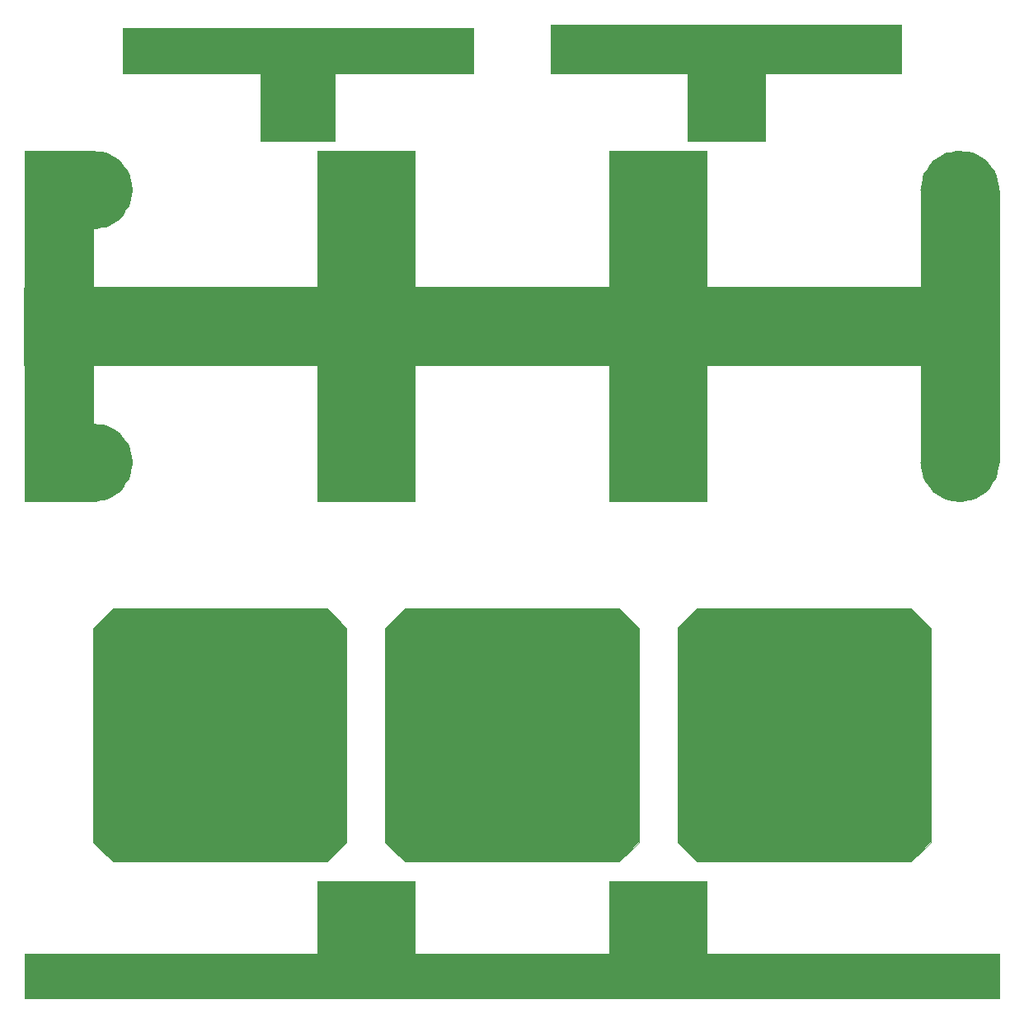
<source format=gbr>
%TF.GenerationSoftware,KiCad,Pcbnew,7.0.1-0*%
%TF.CreationDate,2023-04-27T22:29:58+08:00*%
%TF.ProjectId,antpanel,616e7470-616e-4656-9c2e-6b696361645f,Alpha 1*%
%TF.SameCoordinates,Original*%
%TF.FileFunction,Soldermask,Top*%
%TF.FilePolarity,Negative*%
%FSLAX46Y46*%
G04 Gerber Fmt 4.6, Leading zero omitted, Abs format (unit mm)*
G04 Created by KiCad (PCBNEW 7.0.1-0) date 2023-04-27 22:29:58*
%MOMM*%
%LPD*%
G01*
G04 APERTURE LIST*
%ADD10C,0.100000*%
%ADD11C,4.050000*%
%ADD12C,0.150000*%
%ADD13C,0.800000*%
%ADD14C,6.400000*%
G04 APERTURE END LIST*
D10*
X193000000Y-112000000D02*
X193000000Y-134000000D01*
X191000000Y-136000000D01*
X169000000Y-136000000D01*
X167000000Y-134000000D01*
X167000000Y-112000000D01*
X169000000Y-110000000D01*
X191000000Y-110000000D01*
X193000000Y-112000000D01*
G36*
X193000000Y-112000000D02*
G01*
X193000000Y-134000000D01*
X191000000Y-136000000D01*
X169000000Y-136000000D01*
X167000000Y-134000000D01*
X167000000Y-112000000D01*
X169000000Y-110000000D01*
X191000000Y-110000000D01*
X193000000Y-112000000D01*
G37*
X163000000Y-112000000D02*
X163000000Y-134000000D01*
X161000000Y-136000000D01*
X139000000Y-136000000D01*
X137000000Y-134000000D01*
X137000000Y-112000000D01*
X139000000Y-110000000D01*
X161000000Y-110000000D01*
X163000000Y-112000000D01*
G36*
X163000000Y-112000000D02*
G01*
X163000000Y-134000000D01*
X161000000Y-136000000D01*
X139000000Y-136000000D01*
X137000000Y-134000000D01*
X137000000Y-112000000D01*
X139000000Y-110000000D01*
X161000000Y-110000000D01*
X163000000Y-112000000D01*
G37*
D11*
X198025000Y-95000000D02*
G75*
G03*
X198025000Y-95000000I-2025000J0D01*
G01*
D10*
X190000000Y-55000000D02*
X176000000Y-55000000D01*
X176000000Y-62000000D01*
X168000000Y-62000000D01*
X168000000Y-55000000D01*
X154000000Y-55000000D01*
X154000000Y-50000000D01*
X190000000Y-50000000D01*
X190000000Y-55000000D01*
G36*
X190000000Y-55000000D02*
G01*
X176000000Y-55000000D01*
X176000000Y-62000000D01*
X168000000Y-62000000D01*
X168000000Y-55000000D01*
X154000000Y-55000000D01*
X154000000Y-50000000D01*
X190000000Y-50000000D01*
X190000000Y-55000000D01*
G37*
D11*
X109025000Y-95000000D02*
G75*
G03*
X109025000Y-95000000I-2025000J0D01*
G01*
D10*
X170000000Y-99000000D02*
X160000000Y-99000000D01*
X160000000Y-63000000D01*
X170000000Y-63000000D01*
X170000000Y-99000000D01*
G36*
X170000000Y-99000000D02*
G01*
X160000000Y-99000000D01*
X160000000Y-63000000D01*
X170000000Y-63000000D01*
X170000000Y-99000000D01*
G37*
D12*
X197000000Y-85000000D02*
X100000000Y-85000000D01*
X100000000Y-77000000D01*
X197000000Y-77000000D01*
X197000000Y-85000000D01*
G36*
X197000000Y-85000000D02*
G01*
X100000000Y-85000000D01*
X100000000Y-77000000D01*
X197000000Y-77000000D01*
X197000000Y-85000000D01*
G37*
D10*
X192000000Y-67000000D02*
X200000000Y-67000000D01*
X200000000Y-95000000D01*
X192000000Y-95000000D01*
X192000000Y-67000000D01*
G36*
X192000000Y-67000000D02*
G01*
X200000000Y-67000000D01*
X200000000Y-95000000D01*
X192000000Y-95000000D01*
X192000000Y-67000000D01*
G37*
D11*
X109025000Y-67000000D02*
G75*
G03*
X109025000Y-67000000I-2025000J0D01*
G01*
D10*
X170000000Y-148400000D02*
X160000000Y-148400000D01*
X160000000Y-138000000D01*
X170000000Y-138000000D01*
X170000000Y-148400000D01*
G36*
X170000000Y-148400000D02*
G01*
X160000000Y-148400000D01*
X160000000Y-138000000D01*
X170000000Y-138000000D01*
X170000000Y-148400000D01*
G37*
D11*
X198025000Y-67000000D02*
G75*
G03*
X198025000Y-67000000I-2025000J0D01*
G01*
D10*
X133000000Y-112000000D02*
X133000000Y-134000000D01*
X131000000Y-136000000D01*
X109000000Y-136000000D01*
X107000000Y-134000000D01*
X107000000Y-112000000D01*
X109000000Y-110000000D01*
X131000000Y-110000000D01*
X133000000Y-112000000D01*
G36*
X133000000Y-112000000D02*
G01*
X133000000Y-134000000D01*
X131000000Y-136000000D01*
X109000000Y-136000000D01*
X107000000Y-134000000D01*
X107000000Y-112000000D01*
X109000000Y-110000000D01*
X131000000Y-110000000D01*
X133000000Y-112000000D01*
G37*
X100000000Y-63000000D02*
X107000000Y-63000000D01*
X107000000Y-99000000D01*
X100000000Y-99000000D01*
X100000000Y-63000000D01*
G36*
X100000000Y-63000000D02*
G01*
X107000000Y-63000000D01*
X107000000Y-99000000D01*
X100000000Y-99000000D01*
X100000000Y-63000000D01*
G37*
X140000000Y-148400000D02*
X130000000Y-148400000D01*
X130000000Y-138000000D01*
X140000000Y-138000000D01*
X140000000Y-148400000D01*
G36*
X140000000Y-148400000D02*
G01*
X130000000Y-148400000D01*
X130000000Y-138000000D01*
X140000000Y-138000000D01*
X140000000Y-148400000D01*
G37*
X100000000Y-145400000D02*
X200000000Y-145400000D01*
X200000000Y-150000000D01*
X100000000Y-150000000D01*
X100000000Y-145400000D01*
G36*
X100000000Y-145400000D02*
G01*
X200000000Y-145400000D01*
X200000000Y-150000000D01*
X100000000Y-150000000D01*
X100000000Y-145400000D01*
G37*
X146000000Y-55000000D02*
X131800000Y-55000000D01*
X131800000Y-62000000D01*
X124200000Y-62000000D01*
X124200000Y-55000000D01*
X110000000Y-55000000D01*
X110000000Y-50400000D01*
X146000000Y-50400000D01*
X146000000Y-55000000D01*
G36*
X146000000Y-55000000D02*
G01*
X131800000Y-55000000D01*
X131800000Y-62000000D01*
X124200000Y-62000000D01*
X124200000Y-55000000D01*
X110000000Y-55000000D01*
X110000000Y-50400000D01*
X146000000Y-50400000D01*
X146000000Y-55000000D01*
G37*
X140000000Y-99000000D02*
X130000000Y-99000000D01*
X130000000Y-63000000D01*
X140000000Y-63000000D01*
X140000000Y-99000000D01*
G36*
X140000000Y-99000000D02*
G01*
X130000000Y-99000000D01*
X130000000Y-63000000D01*
X140000000Y-63000000D01*
X140000000Y-99000000D01*
G37*
D13*
%TO.C,H4*%
X193600000Y-95000000D03*
X194302944Y-93302944D03*
X194302944Y-96697056D03*
X196000000Y-92600000D03*
D14*
X196000000Y-95000000D03*
D13*
X196000000Y-97400000D03*
X197697056Y-93302944D03*
X197697056Y-96697056D03*
X198400000Y-95000000D03*
%TD*%
%TO.C,H2*%
X193600000Y-67000000D03*
X194302944Y-65302944D03*
X194302944Y-68697056D03*
X196000000Y-64600000D03*
D14*
X196000000Y-67000000D03*
D13*
X196000000Y-69400000D03*
X197697056Y-65302944D03*
X197697056Y-68697056D03*
X198400000Y-67000000D03*
%TD*%
%TO.C,H3*%
X104600000Y-95000000D03*
X105302944Y-93302944D03*
X105302944Y-96697056D03*
X107000000Y-92600000D03*
D14*
X107000000Y-95000000D03*
D13*
X107000000Y-97400000D03*
X108697056Y-93302944D03*
X108697056Y-96697056D03*
X109400000Y-95000000D03*
%TD*%
%TO.C,H1*%
X104600000Y-67000000D03*
X105302944Y-65302944D03*
X105302944Y-68697056D03*
X107000000Y-64600000D03*
D14*
X107000000Y-67000000D03*
D13*
X107000000Y-69400000D03*
X108697056Y-65302944D03*
X108697056Y-68697056D03*
X109400000Y-67000000D03*
%TD*%
M02*

</source>
